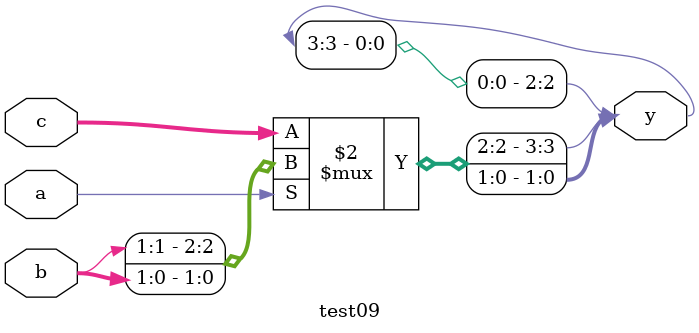
<source format=v>


module test01(a, y);
  input [7:0] a;
  output [3:0] y;
  assign y = ~a >> 4;
endmodule

module test02(a, y);
  input signed [3:0] a;
  output signed [4:0] y;
  assign y = (~a) >> 1;
endmodule

module test03(a, b, y);
  input [2:0] a;
  input signed [1:0] b;
  output y;
  assign y = ~(a >>> 1) == b;
endmodule

module test04(a, y);
  input a;
  output [1:0] y;
  assign y = ~(a - 1'b0);
endmodule

// .. this test triggers a bug in xilinx isim.
// module test05(a, y);
//   input a;
//   output y;
//   assign y = 12345 >> {a, 32'd0};
// endmodule

// .. this test triggers a bug in icarus verilog.
// module test06(a, b, c, y);
//   input signed [3:0] a;
//   input signed [1:0] b;
//   input signed [1:0] c;
//   output [5:0] y;
//   assign y = (a >> b) >>> c;
// endmodule

module test07(a, b, y);
  input signed [1:0] a;
  input signed [2:0] b;
  output y;
  assign y = 2'b11 != a+b;
endmodule

module test08(a, b, y);
  input [1:0] a;
  input [1:0] b;
  output y;
  assign y = a == ($signed(b) >>> 1);
endmodule

module test09(a, b, c, y);
  input a;
  input signed [1:0] b;
  input signed [2:0] c;
  output [3:0] y;
  assign y = a ? b : c;
endmodule


</source>
